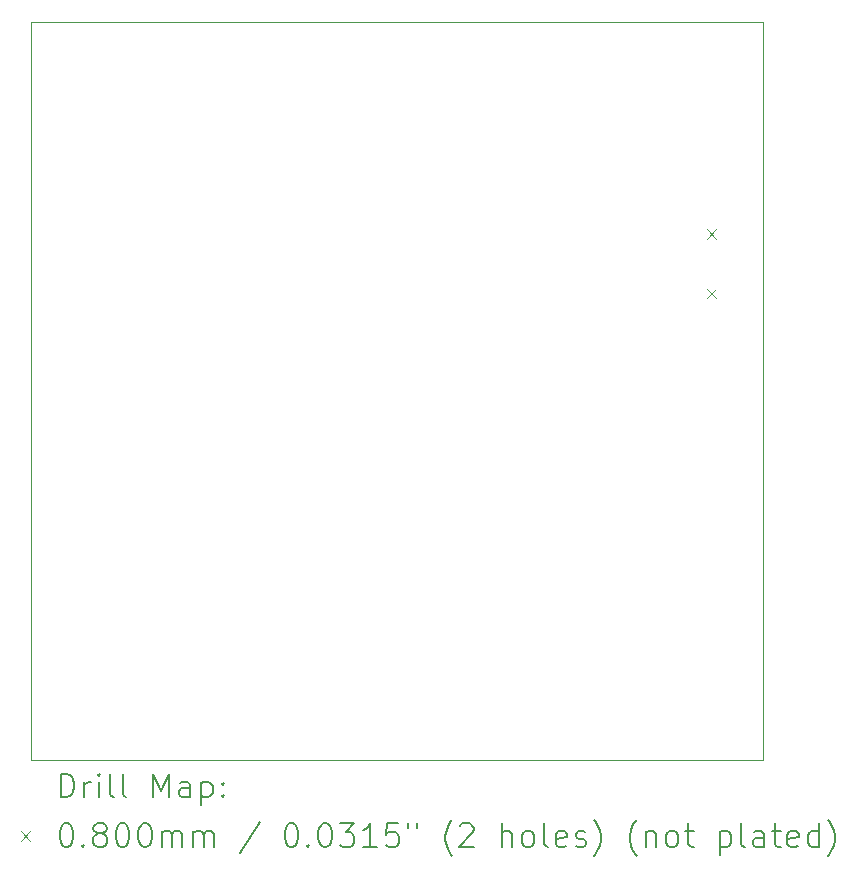
<source format=gbr>
%FSLAX45Y45*%
G04 Gerber Fmt 4.5, Leading zero omitted, Abs format (unit mm)*
G04 Created by KiCad (PCBNEW 6.0.2-378541a8eb~116~ubuntu20.04.1) date 2022-03-07 01:05:29*
%MOMM*%
%LPD*%
G01*
G04 APERTURE LIST*
%TA.AperFunction,Profile*%
%ADD10C,0.100000*%
%TD*%
%ADD11C,0.200000*%
%ADD12C,0.080000*%
G04 APERTURE END LIST*
D10*
X9997500Y-7200000D02*
X16200000Y-7200000D01*
X16200000Y-7200000D02*
X16200000Y-13452500D01*
X16200000Y-13452500D02*
X9997500Y-13452500D01*
X9997500Y-13452500D02*
X9997500Y-7200000D01*
D11*
D12*
X15722000Y-8960500D02*
X15802000Y-9040500D01*
X15802000Y-8960500D02*
X15722000Y-9040500D01*
X15722000Y-9460500D02*
X15802000Y-9540500D01*
X15802000Y-9460500D02*
X15722000Y-9540500D01*
D11*
X10250119Y-13767976D02*
X10250119Y-13567976D01*
X10297738Y-13567976D01*
X10326310Y-13577500D01*
X10345357Y-13596548D01*
X10354881Y-13615595D01*
X10364405Y-13653690D01*
X10364405Y-13682262D01*
X10354881Y-13720357D01*
X10345357Y-13739405D01*
X10326310Y-13758452D01*
X10297738Y-13767976D01*
X10250119Y-13767976D01*
X10450119Y-13767976D02*
X10450119Y-13634643D01*
X10450119Y-13672738D02*
X10459643Y-13653690D01*
X10469167Y-13644167D01*
X10488214Y-13634643D01*
X10507262Y-13634643D01*
X10573929Y-13767976D02*
X10573929Y-13634643D01*
X10573929Y-13567976D02*
X10564405Y-13577500D01*
X10573929Y-13587024D01*
X10583452Y-13577500D01*
X10573929Y-13567976D01*
X10573929Y-13587024D01*
X10697738Y-13767976D02*
X10678690Y-13758452D01*
X10669167Y-13739405D01*
X10669167Y-13567976D01*
X10802500Y-13767976D02*
X10783452Y-13758452D01*
X10773929Y-13739405D01*
X10773929Y-13567976D01*
X11031071Y-13767976D02*
X11031071Y-13567976D01*
X11097738Y-13710833D01*
X11164405Y-13567976D01*
X11164405Y-13767976D01*
X11345357Y-13767976D02*
X11345357Y-13663214D01*
X11335833Y-13644167D01*
X11316786Y-13634643D01*
X11278690Y-13634643D01*
X11259643Y-13644167D01*
X11345357Y-13758452D02*
X11326309Y-13767976D01*
X11278690Y-13767976D01*
X11259643Y-13758452D01*
X11250119Y-13739405D01*
X11250119Y-13720357D01*
X11259643Y-13701309D01*
X11278690Y-13691786D01*
X11326309Y-13691786D01*
X11345357Y-13682262D01*
X11440595Y-13634643D02*
X11440595Y-13834643D01*
X11440595Y-13644167D02*
X11459643Y-13634643D01*
X11497738Y-13634643D01*
X11516786Y-13644167D01*
X11526309Y-13653690D01*
X11535833Y-13672738D01*
X11535833Y-13729881D01*
X11526309Y-13748928D01*
X11516786Y-13758452D01*
X11497738Y-13767976D01*
X11459643Y-13767976D01*
X11440595Y-13758452D01*
X11621548Y-13748928D02*
X11631071Y-13758452D01*
X11621548Y-13767976D01*
X11612024Y-13758452D01*
X11621548Y-13748928D01*
X11621548Y-13767976D01*
X11621548Y-13644167D02*
X11631071Y-13653690D01*
X11621548Y-13663214D01*
X11612024Y-13653690D01*
X11621548Y-13644167D01*
X11621548Y-13663214D01*
D12*
X9912500Y-14057500D02*
X9992500Y-14137500D01*
X9992500Y-14057500D02*
X9912500Y-14137500D01*
D11*
X10288214Y-13987976D02*
X10307262Y-13987976D01*
X10326310Y-13997500D01*
X10335833Y-14007024D01*
X10345357Y-14026071D01*
X10354881Y-14064167D01*
X10354881Y-14111786D01*
X10345357Y-14149881D01*
X10335833Y-14168928D01*
X10326310Y-14178452D01*
X10307262Y-14187976D01*
X10288214Y-14187976D01*
X10269167Y-14178452D01*
X10259643Y-14168928D01*
X10250119Y-14149881D01*
X10240595Y-14111786D01*
X10240595Y-14064167D01*
X10250119Y-14026071D01*
X10259643Y-14007024D01*
X10269167Y-13997500D01*
X10288214Y-13987976D01*
X10440595Y-14168928D02*
X10450119Y-14178452D01*
X10440595Y-14187976D01*
X10431071Y-14178452D01*
X10440595Y-14168928D01*
X10440595Y-14187976D01*
X10564405Y-14073690D02*
X10545357Y-14064167D01*
X10535833Y-14054643D01*
X10526310Y-14035595D01*
X10526310Y-14026071D01*
X10535833Y-14007024D01*
X10545357Y-13997500D01*
X10564405Y-13987976D01*
X10602500Y-13987976D01*
X10621548Y-13997500D01*
X10631071Y-14007024D01*
X10640595Y-14026071D01*
X10640595Y-14035595D01*
X10631071Y-14054643D01*
X10621548Y-14064167D01*
X10602500Y-14073690D01*
X10564405Y-14073690D01*
X10545357Y-14083214D01*
X10535833Y-14092738D01*
X10526310Y-14111786D01*
X10526310Y-14149881D01*
X10535833Y-14168928D01*
X10545357Y-14178452D01*
X10564405Y-14187976D01*
X10602500Y-14187976D01*
X10621548Y-14178452D01*
X10631071Y-14168928D01*
X10640595Y-14149881D01*
X10640595Y-14111786D01*
X10631071Y-14092738D01*
X10621548Y-14083214D01*
X10602500Y-14073690D01*
X10764405Y-13987976D02*
X10783452Y-13987976D01*
X10802500Y-13997500D01*
X10812024Y-14007024D01*
X10821548Y-14026071D01*
X10831071Y-14064167D01*
X10831071Y-14111786D01*
X10821548Y-14149881D01*
X10812024Y-14168928D01*
X10802500Y-14178452D01*
X10783452Y-14187976D01*
X10764405Y-14187976D01*
X10745357Y-14178452D01*
X10735833Y-14168928D01*
X10726310Y-14149881D01*
X10716786Y-14111786D01*
X10716786Y-14064167D01*
X10726310Y-14026071D01*
X10735833Y-14007024D01*
X10745357Y-13997500D01*
X10764405Y-13987976D01*
X10954881Y-13987976D02*
X10973929Y-13987976D01*
X10992976Y-13997500D01*
X11002500Y-14007024D01*
X11012024Y-14026071D01*
X11021548Y-14064167D01*
X11021548Y-14111786D01*
X11012024Y-14149881D01*
X11002500Y-14168928D01*
X10992976Y-14178452D01*
X10973929Y-14187976D01*
X10954881Y-14187976D01*
X10935833Y-14178452D01*
X10926310Y-14168928D01*
X10916786Y-14149881D01*
X10907262Y-14111786D01*
X10907262Y-14064167D01*
X10916786Y-14026071D01*
X10926310Y-14007024D01*
X10935833Y-13997500D01*
X10954881Y-13987976D01*
X11107262Y-14187976D02*
X11107262Y-14054643D01*
X11107262Y-14073690D02*
X11116786Y-14064167D01*
X11135833Y-14054643D01*
X11164405Y-14054643D01*
X11183452Y-14064167D01*
X11192976Y-14083214D01*
X11192976Y-14187976D01*
X11192976Y-14083214D02*
X11202500Y-14064167D01*
X11221548Y-14054643D01*
X11250119Y-14054643D01*
X11269167Y-14064167D01*
X11278690Y-14083214D01*
X11278690Y-14187976D01*
X11373928Y-14187976D02*
X11373928Y-14054643D01*
X11373928Y-14073690D02*
X11383452Y-14064167D01*
X11402500Y-14054643D01*
X11431071Y-14054643D01*
X11450119Y-14064167D01*
X11459643Y-14083214D01*
X11459643Y-14187976D01*
X11459643Y-14083214D02*
X11469167Y-14064167D01*
X11488214Y-14054643D01*
X11516786Y-14054643D01*
X11535833Y-14064167D01*
X11545357Y-14083214D01*
X11545357Y-14187976D01*
X11935833Y-13978452D02*
X11764405Y-14235595D01*
X12192976Y-13987976D02*
X12212024Y-13987976D01*
X12231071Y-13997500D01*
X12240595Y-14007024D01*
X12250119Y-14026071D01*
X12259643Y-14064167D01*
X12259643Y-14111786D01*
X12250119Y-14149881D01*
X12240595Y-14168928D01*
X12231071Y-14178452D01*
X12212024Y-14187976D01*
X12192976Y-14187976D01*
X12173928Y-14178452D01*
X12164405Y-14168928D01*
X12154881Y-14149881D01*
X12145357Y-14111786D01*
X12145357Y-14064167D01*
X12154881Y-14026071D01*
X12164405Y-14007024D01*
X12173928Y-13997500D01*
X12192976Y-13987976D01*
X12345357Y-14168928D02*
X12354881Y-14178452D01*
X12345357Y-14187976D01*
X12335833Y-14178452D01*
X12345357Y-14168928D01*
X12345357Y-14187976D01*
X12478690Y-13987976D02*
X12497738Y-13987976D01*
X12516786Y-13997500D01*
X12526309Y-14007024D01*
X12535833Y-14026071D01*
X12545357Y-14064167D01*
X12545357Y-14111786D01*
X12535833Y-14149881D01*
X12526309Y-14168928D01*
X12516786Y-14178452D01*
X12497738Y-14187976D01*
X12478690Y-14187976D01*
X12459643Y-14178452D01*
X12450119Y-14168928D01*
X12440595Y-14149881D01*
X12431071Y-14111786D01*
X12431071Y-14064167D01*
X12440595Y-14026071D01*
X12450119Y-14007024D01*
X12459643Y-13997500D01*
X12478690Y-13987976D01*
X12612024Y-13987976D02*
X12735833Y-13987976D01*
X12669167Y-14064167D01*
X12697738Y-14064167D01*
X12716786Y-14073690D01*
X12726309Y-14083214D01*
X12735833Y-14102262D01*
X12735833Y-14149881D01*
X12726309Y-14168928D01*
X12716786Y-14178452D01*
X12697738Y-14187976D01*
X12640595Y-14187976D01*
X12621548Y-14178452D01*
X12612024Y-14168928D01*
X12926309Y-14187976D02*
X12812024Y-14187976D01*
X12869167Y-14187976D02*
X12869167Y-13987976D01*
X12850119Y-14016548D01*
X12831071Y-14035595D01*
X12812024Y-14045119D01*
X13107262Y-13987976D02*
X13012024Y-13987976D01*
X13002500Y-14083214D01*
X13012024Y-14073690D01*
X13031071Y-14064167D01*
X13078690Y-14064167D01*
X13097738Y-14073690D01*
X13107262Y-14083214D01*
X13116786Y-14102262D01*
X13116786Y-14149881D01*
X13107262Y-14168928D01*
X13097738Y-14178452D01*
X13078690Y-14187976D01*
X13031071Y-14187976D01*
X13012024Y-14178452D01*
X13002500Y-14168928D01*
X13192976Y-13987976D02*
X13192976Y-14026071D01*
X13269167Y-13987976D02*
X13269167Y-14026071D01*
X13564405Y-14264167D02*
X13554881Y-14254643D01*
X13535833Y-14226071D01*
X13526309Y-14207024D01*
X13516786Y-14178452D01*
X13507262Y-14130833D01*
X13507262Y-14092738D01*
X13516786Y-14045119D01*
X13526309Y-14016548D01*
X13535833Y-13997500D01*
X13554881Y-13968928D01*
X13564405Y-13959405D01*
X13631071Y-14007024D02*
X13640595Y-13997500D01*
X13659643Y-13987976D01*
X13707262Y-13987976D01*
X13726309Y-13997500D01*
X13735833Y-14007024D01*
X13745357Y-14026071D01*
X13745357Y-14045119D01*
X13735833Y-14073690D01*
X13621548Y-14187976D01*
X13745357Y-14187976D01*
X13983452Y-14187976D02*
X13983452Y-13987976D01*
X14069167Y-14187976D02*
X14069167Y-14083214D01*
X14059643Y-14064167D01*
X14040595Y-14054643D01*
X14012024Y-14054643D01*
X13992976Y-14064167D01*
X13983452Y-14073690D01*
X14192976Y-14187976D02*
X14173928Y-14178452D01*
X14164405Y-14168928D01*
X14154881Y-14149881D01*
X14154881Y-14092738D01*
X14164405Y-14073690D01*
X14173928Y-14064167D01*
X14192976Y-14054643D01*
X14221548Y-14054643D01*
X14240595Y-14064167D01*
X14250119Y-14073690D01*
X14259643Y-14092738D01*
X14259643Y-14149881D01*
X14250119Y-14168928D01*
X14240595Y-14178452D01*
X14221548Y-14187976D01*
X14192976Y-14187976D01*
X14373928Y-14187976D02*
X14354881Y-14178452D01*
X14345357Y-14159405D01*
X14345357Y-13987976D01*
X14526309Y-14178452D02*
X14507262Y-14187976D01*
X14469167Y-14187976D01*
X14450119Y-14178452D01*
X14440595Y-14159405D01*
X14440595Y-14083214D01*
X14450119Y-14064167D01*
X14469167Y-14054643D01*
X14507262Y-14054643D01*
X14526309Y-14064167D01*
X14535833Y-14083214D01*
X14535833Y-14102262D01*
X14440595Y-14121309D01*
X14612024Y-14178452D02*
X14631071Y-14187976D01*
X14669167Y-14187976D01*
X14688214Y-14178452D01*
X14697738Y-14159405D01*
X14697738Y-14149881D01*
X14688214Y-14130833D01*
X14669167Y-14121309D01*
X14640595Y-14121309D01*
X14621548Y-14111786D01*
X14612024Y-14092738D01*
X14612024Y-14083214D01*
X14621548Y-14064167D01*
X14640595Y-14054643D01*
X14669167Y-14054643D01*
X14688214Y-14064167D01*
X14764405Y-14264167D02*
X14773928Y-14254643D01*
X14792976Y-14226071D01*
X14802500Y-14207024D01*
X14812024Y-14178452D01*
X14821548Y-14130833D01*
X14821548Y-14092738D01*
X14812024Y-14045119D01*
X14802500Y-14016548D01*
X14792976Y-13997500D01*
X14773928Y-13968928D01*
X14764405Y-13959405D01*
X15126309Y-14264167D02*
X15116786Y-14254643D01*
X15097738Y-14226071D01*
X15088214Y-14207024D01*
X15078690Y-14178452D01*
X15069167Y-14130833D01*
X15069167Y-14092738D01*
X15078690Y-14045119D01*
X15088214Y-14016548D01*
X15097738Y-13997500D01*
X15116786Y-13968928D01*
X15126309Y-13959405D01*
X15202500Y-14054643D02*
X15202500Y-14187976D01*
X15202500Y-14073690D02*
X15212024Y-14064167D01*
X15231071Y-14054643D01*
X15259643Y-14054643D01*
X15278690Y-14064167D01*
X15288214Y-14083214D01*
X15288214Y-14187976D01*
X15412024Y-14187976D02*
X15392976Y-14178452D01*
X15383452Y-14168928D01*
X15373928Y-14149881D01*
X15373928Y-14092738D01*
X15383452Y-14073690D01*
X15392976Y-14064167D01*
X15412024Y-14054643D01*
X15440595Y-14054643D01*
X15459643Y-14064167D01*
X15469167Y-14073690D01*
X15478690Y-14092738D01*
X15478690Y-14149881D01*
X15469167Y-14168928D01*
X15459643Y-14178452D01*
X15440595Y-14187976D01*
X15412024Y-14187976D01*
X15535833Y-14054643D02*
X15612024Y-14054643D01*
X15564405Y-13987976D02*
X15564405Y-14159405D01*
X15573928Y-14178452D01*
X15592976Y-14187976D01*
X15612024Y-14187976D01*
X15831071Y-14054643D02*
X15831071Y-14254643D01*
X15831071Y-14064167D02*
X15850119Y-14054643D01*
X15888214Y-14054643D01*
X15907262Y-14064167D01*
X15916786Y-14073690D01*
X15926309Y-14092738D01*
X15926309Y-14149881D01*
X15916786Y-14168928D01*
X15907262Y-14178452D01*
X15888214Y-14187976D01*
X15850119Y-14187976D01*
X15831071Y-14178452D01*
X16040595Y-14187976D02*
X16021548Y-14178452D01*
X16012024Y-14159405D01*
X16012024Y-13987976D01*
X16202500Y-14187976D02*
X16202500Y-14083214D01*
X16192976Y-14064167D01*
X16173928Y-14054643D01*
X16135833Y-14054643D01*
X16116786Y-14064167D01*
X16202500Y-14178452D02*
X16183452Y-14187976D01*
X16135833Y-14187976D01*
X16116786Y-14178452D01*
X16107262Y-14159405D01*
X16107262Y-14140357D01*
X16116786Y-14121309D01*
X16135833Y-14111786D01*
X16183452Y-14111786D01*
X16202500Y-14102262D01*
X16269167Y-14054643D02*
X16345357Y-14054643D01*
X16297738Y-13987976D02*
X16297738Y-14159405D01*
X16307262Y-14178452D01*
X16326309Y-14187976D01*
X16345357Y-14187976D01*
X16488214Y-14178452D02*
X16469167Y-14187976D01*
X16431071Y-14187976D01*
X16412024Y-14178452D01*
X16402500Y-14159405D01*
X16402500Y-14083214D01*
X16412024Y-14064167D01*
X16431071Y-14054643D01*
X16469167Y-14054643D01*
X16488214Y-14064167D01*
X16497738Y-14083214D01*
X16497738Y-14102262D01*
X16402500Y-14121309D01*
X16669167Y-14187976D02*
X16669167Y-13987976D01*
X16669167Y-14178452D02*
X16650119Y-14187976D01*
X16612024Y-14187976D01*
X16592976Y-14178452D01*
X16583452Y-14168928D01*
X16573928Y-14149881D01*
X16573928Y-14092738D01*
X16583452Y-14073690D01*
X16592976Y-14064167D01*
X16612024Y-14054643D01*
X16650119Y-14054643D01*
X16669167Y-14064167D01*
X16745357Y-14264167D02*
X16754881Y-14254643D01*
X16773928Y-14226071D01*
X16783452Y-14207024D01*
X16792976Y-14178452D01*
X16802500Y-14130833D01*
X16802500Y-14092738D01*
X16792976Y-14045119D01*
X16783452Y-14016548D01*
X16773928Y-13997500D01*
X16754881Y-13968928D01*
X16745357Y-13959405D01*
M02*

</source>
